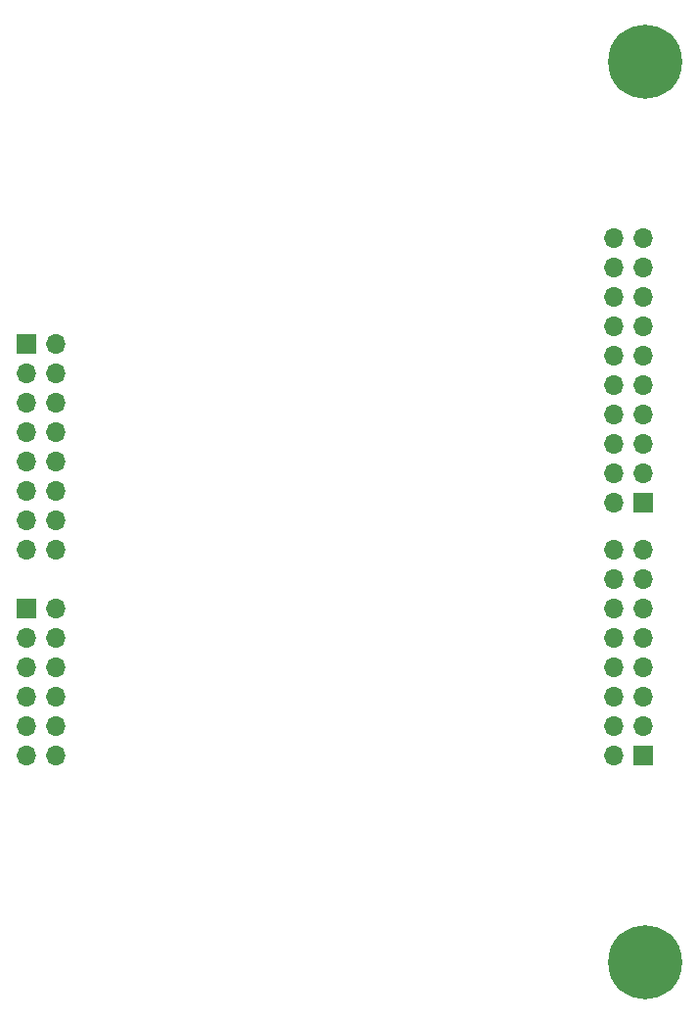
<source format=gbr>
G04 #@! TF.GenerationSoftware,KiCad,Pcbnew,(5.99.0-73-g24ea8f970)*
G04 #@! TF.CreationDate,2019-09-05T17:19:17-04:00*
G04 #@! TF.ProjectId,headers,68656164-6572-4732-9e6b-696361645f70,rev?*
G04 #@! TF.SameCoordinates,Original*
G04 #@! TF.FileFunction,Copper,L2,Bot*
G04 #@! TF.FilePolarity,Positive*
%FSLAX46Y46*%
G04 Gerber Fmt 4.6, Leading zero omitted, Abs format (unit mm)*
G04 Created by KiCad (PCBNEW (5.99.0-73-g24ea8f970)) date 2019-09-05 17:19:17*
%MOMM*%
%LPD*%
G04 APERTURE LIST*
%ADD10O,1.700000X1.700000*%
%ADD11R,1.700000X1.700000*%
%ADD12C,0.800000*%
%ADD13C,6.400000*%
G04 APERTURE END LIST*
D10*
X143637000Y-92773500D03*
X146177000Y-92773500D03*
X143637000Y-95313500D03*
X146177000Y-95313500D03*
X143637000Y-97853500D03*
X146177000Y-97853500D03*
X143637000Y-100393500D03*
X146177000Y-100393500D03*
X143637000Y-102933500D03*
X146177000Y-102933500D03*
X143637000Y-105473500D03*
X146177000Y-105473500D03*
X143637000Y-108013500D03*
X146177000Y-108013500D03*
X143637000Y-110553500D03*
D11*
X146177000Y-110553500D03*
D10*
X143637000Y-65849500D03*
X146177000Y-65849500D03*
X143637000Y-68389500D03*
X146177000Y-68389500D03*
X143637000Y-70929500D03*
X146177000Y-70929500D03*
X143637000Y-73469500D03*
X146177000Y-73469500D03*
X143637000Y-76009500D03*
X146177000Y-76009500D03*
X143637000Y-78549500D03*
X146177000Y-78549500D03*
X143637000Y-81089500D03*
X146177000Y-81089500D03*
X143637000Y-83629500D03*
X146177000Y-83629500D03*
X143637000Y-86169500D03*
X146177000Y-86169500D03*
X143637000Y-88709500D03*
D11*
X146177000Y-88709500D03*
D10*
X95377000Y-110553500D03*
X92837000Y-110553500D03*
X95377000Y-108013500D03*
X92837000Y-108013500D03*
X95377000Y-105473500D03*
X92837000Y-105473500D03*
X95377000Y-102933500D03*
X92837000Y-102933500D03*
X95377000Y-100393500D03*
X92837000Y-100393500D03*
X95377000Y-97853500D03*
D11*
X92837000Y-97853500D03*
D10*
X95377000Y-92773500D03*
X92837000Y-92773500D03*
X95377000Y-90233500D03*
X92837000Y-90233500D03*
X95377000Y-87693500D03*
X92837000Y-87693500D03*
X95377000Y-85153500D03*
X92837000Y-85153500D03*
X95377000Y-82613500D03*
X92837000Y-82613500D03*
X95377000Y-80073500D03*
X92837000Y-80073500D03*
X95377000Y-77533500D03*
X92837000Y-77533500D03*
X95377000Y-74993500D03*
D11*
X92837000Y-74993500D03*
D12*
X148001056Y-126763444D03*
X146304000Y-126060500D03*
X144606944Y-126763444D03*
X143904000Y-128460500D03*
X144606944Y-130157556D03*
X146304000Y-130860500D03*
X148001056Y-130157556D03*
X148704000Y-128460500D03*
D13*
X146304000Y-128460500D03*
D12*
X148001056Y-48912444D03*
X146304000Y-48209500D03*
X144606944Y-48912444D03*
X143904000Y-50609500D03*
X144606944Y-52306556D03*
X146304000Y-53009500D03*
X148001056Y-52306556D03*
X148704000Y-50609500D03*
D13*
X146304000Y-50609500D03*
M02*

</source>
